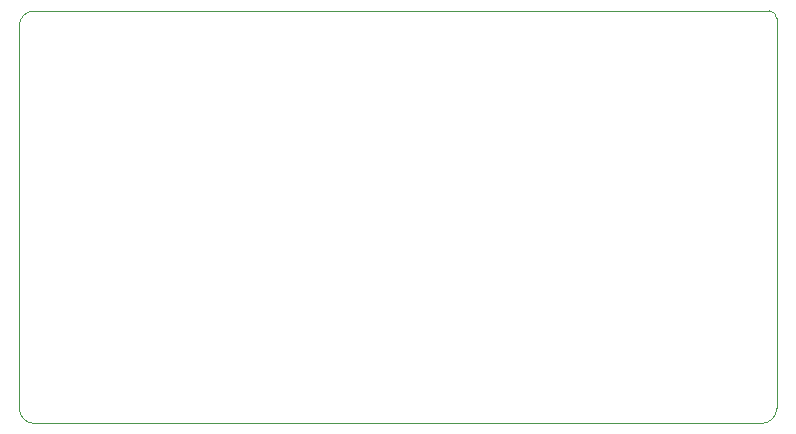
<source format=gm1>
%TF.GenerationSoftware,KiCad,Pcbnew,7.0.7*%
%TF.CreationDate,2023-10-24T16:51:49+02:00*%
%TF.ProjectId,Carte_Clavier,43617274-655f-4436-9c61-766965722e6b,rev?*%
%TF.SameCoordinates,Original*%
%TF.FileFunction,Profile,NP*%
%FSLAX46Y46*%
G04 Gerber Fmt 4.6, Leading zero omitted, Abs format (unit mm)*
G04 Created by KiCad (PCBNEW 7.0.7) date 2023-10-24 16:51:49*
%MOMM*%
%LPD*%
G01*
G04 APERTURE LIST*
%TA.AperFunction,Profile*%
%ADD10C,0.050000*%
%TD*%
G04 APERTURE END LIST*
D10*
X191770000Y-78740000D02*
G75*
G03*
X191135000Y-78105000I-635000J0D01*
G01*
X191135000Y-78105000D02*
X128905000Y-78105000D01*
X191770000Y-78740000D02*
X191770000Y-111760000D01*
X127635000Y-79375000D02*
X127635000Y-111760000D01*
X190500000Y-113030000D02*
X128905000Y-113030000D01*
X190500000Y-113030000D02*
G75*
G03*
X191770000Y-111760000I0J1270000D01*
G01*
X127635000Y-111760000D02*
G75*
G03*
X128905000Y-113030000I1270000J0D01*
G01*
X128905000Y-78105000D02*
G75*
G03*
X127635000Y-79375000I0J-1270000D01*
G01*
M02*

</source>
